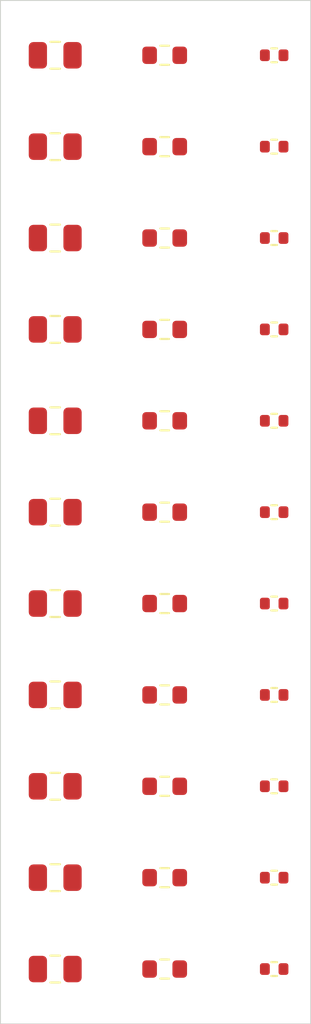
<source format=kicad_pcb>
(kicad_pcb (version 20240108) (generator "pcbnew") (generator_version "8.0")
  (title_block (title "Reflow Soldering Hot Plate Test PCB") (date "2024-07-31") (rev "v1.0.0"))
  (layers (0 "F.Cu" signal) (31 "B.Cu" signal) (34 "B.Paste" user) (35 "F.Paste" user) (36 "B.SilkS" user "B.Silkscreen") (37 "F.SilkS" user "F.Silkscreen") (38 "B.Mask" user) (39 "F.Mask" user) (44 "Edge.Cuts" user))
  (net 0 "")
  (footprint "Resistor_SMD:R_0603_1608Metric" (layer "F.Cu") (at 110 104)
    (property "Reference" "REF**" (hide yes))
    (property "Value" "R_0603_1608Metric" (hide yes))
    (fp_line (start -0.237258 -0.5225) (end 0.237258 -0.5225) (stroke (width 0.12)) (layer "F.SilkS"))
    (fp_line (start -0.237258 0.5225) (end 0.237258 0.5225) (stroke (width 0.12)) (layer "F.SilkS"))
    (pad "1" smd roundrect (at -0.825 0) (size 0.8 0.95) (layers "F.Cu" "F.Paste" "F.Mask"))
    (pad "2" smd roundrect (at 0.825 0) (size 0.8 0.95) (layers "F.Cu" "F.Paste" "F.Mask"))
  )
  (footprint "Resistor_SMD:R_0402_1005Metric" (layer "F.Cu") (at 116 114)
    (property "Reference" "REF**14" (hide yes))
    (property "Value" "R_0402_1005Metric" (hide yes))
    (fp_line (start -0.153641 -0.38) (end 0.153641 -0.38) (stroke (width 0.12)) (layer "F.SilkS"))
    (fp_line (start -0.153641 0.38) (end 0.153641 0.38) (stroke (width 0.12)) (layer "F.SilkS"))
    (pad "1" smd roundrect (at -0.51 0) (size 0.54 0.64) (layers "F.Cu" "F.Paste" "F.Mask"))
    (pad "2" smd roundrect (at 0.51 0) (size 0.54 0.64) (layers "F.Cu" "F.Paste" "F.Mask"))
  )
  (footprint "Resistor_SMD:R_0603_1608Metric" (layer "F.Cu") (at 110 124)
    (property "Reference" "REF**17" (hide yes))
    (property "Value" "R_0603_1608Metric" (hide yes))
    (fp_line (start -0.237258 -0.5225) (end 0.237258 -0.5225) (stroke (width 0.12)) (layer "F.SilkS"))
    (fp_line (start -0.237258 0.5225) (end 0.237258 0.5225) (stroke (width 0.12)) (layer "F.SilkS"))
    (pad "1" smd roundrect (at -0.825 0) (size 0.8 0.95) (layers "F.Cu" "F.Paste" "F.Mask"))
    (pad "2" smd roundrect (at 0.825 0) (size 0.8 0.95) (layers "F.Cu" "F.Paste" "F.Mask"))
  )
  (footprint "Resistor_SMD:R_0402_1005Metric" (layer "F.Cu") (at 116 134)
    (property "Reference" "REF**22" (hide yes))
    (property "Value" "R_0402_1005Metric" (hide yes))
    (fp_line (start -0.153641 -0.38) (end 0.153641 -0.38) (stroke (width 0.12)) (layer "F.SilkS"))
    (fp_line (start -0.153641 0.38) (end 0.153641 0.38) (stroke (width 0.12)) (layer "F.SilkS"))
    (pad "1" smd roundrect (at -0.51 0) (size 0.54 0.64) (layers "F.Cu" "F.Paste" "F.Mask"))
    (pad "2" smd roundrect (at 0.51 0) (size 0.54 0.64) (layers "F.Cu" "F.Paste" "F.Mask"))
  )
  (footprint "Resistor_SMD:R_0402_1005Metric" (layer "F.Cu") (at 116 154)
    (property "Reference" "REF**30" (hide yes))
    (property "Value" "R_0402_1005Metric" (hide yes))
    (fp_line (start -0.153641 -0.38) (end 0.153641 -0.38) (stroke (width 0.12)) (layer "F.SilkS"))
    (fp_line (start -0.153641 0.38) (end 0.153641 0.38) (stroke (width 0.12)) (layer "F.SilkS"))
    (pad "1" smd roundrect (at -0.51 0) (size 0.54 0.64) (layers "F.Cu" "F.Paste" "F.Mask"))
    (pad "2" smd roundrect (at 0.51 0) (size 0.54 0.64) (layers "F.Cu" "F.Paste" "F.Mask"))
  )
  (footprint "Capacitor_SMD:C_0805_2012Metric" (layer "F.Cu") (at 104 139)
    (property "Reference" "REF**7" (hide yes))
    (property "Value" "C_0805_2012Metric" (hide yes))
    (fp_line (start -0.261252 -0.735) (end 0.261252 -0.735) (stroke (width 0.12)) (layer "F.SilkS"))
    (fp_line (start -0.261252 0.735) (end 0.261252 0.735) (stroke (width 0.12)) (layer "F.SilkS"))
    (pad "1" smd roundrect (at -0.95 0) (size 1 1.45) (layers "F.Cu" "F.Paste" "F.Mask"))
    (pad "2" smd roundrect (at 0.95 0) (size 1 1.45) (layers "F.Cu" "F.Paste" "F.Mask"))
  )
  (footprint "Capacitor_SMD:C_0805_2012Metric" (layer "F.Cu") (at 104 114)
    (property "Reference" "REF**2" (hide yes))
    (property "Value" "C_0805_2012Metric" (hide yes))
    (fp_line (start -0.261252 -0.735) (end 0.261252 -0.735) (stroke (width 0.12)) (layer "F.SilkS"))
    (fp_line (start -0.261252 0.735) (end 0.261252 0.735) (stroke (width 0.12)) (layer "F.SilkS"))
    (pad "1" smd roundrect (at -0.95 0) (size 1 1.45) (layers "F.Cu" "F.Paste" "F.Mask"))
    (pad "2" smd roundrect (at 0.95 0) (size 1 1.45) (layers "F.Cu" "F.Paste" "F.Mask"))
  )
  (footprint "Capacitor_SMD:C_0805_2012Metric" (layer "F.Cu") (at 104 104)
    (property "Reference" "REF**" (hide yes))
    (property "Value" "C_0805_2012Metric" (hide yes))
    (fp_line (start -0.261252 -0.735) (end 0.261252 -0.735) (stroke (width 0.12)) (layer "F.SilkS"))
    (fp_line (start -0.261252 0.735) (end 0.261252 0.735) (stroke (width 0.12)) (layer "F.SilkS"))
    (pad "1" smd roundrect (at -0.95 0) (size 1 1.45) (layers "F.Cu" "F.Paste" "F.Mask"))
    (pad "2" smd roundrect (at 0.95 0) (size 1 1.45) (layers "F.Cu" "F.Paste" "F.Mask"))
  )
  (footprint "Resistor_SMD:R_0603_1608Metric" (layer "F.Cu") (at 110 114)
    (property "Reference" "REF**13" (hide yes))
    (property "Value" "R_0603_1608Metric" (hide yes))
    (fp_line (start -0.237258 -0.5225) (end 0.237258 -0.5225) (stroke (width 0.12)) (layer "F.SilkS"))
    (fp_line (start -0.237258 0.5225) (end 0.237258 0.5225) (stroke (width 0.12)) (layer "F.SilkS"))
    (pad "1" smd roundrect (at -0.825 0) (size 0.8 0.95) (layers "F.Cu" "F.Paste" "F.Mask"))
    (pad "2" smd roundrect (at 0.825 0) (size 0.8 0.95) (layers "F.Cu" "F.Paste" "F.Mask"))
  )
  (footprint "Resistor_SMD:R_0603_1608Metric" (layer "F.Cu") (at 110 119)
    (property "Reference" "REF**15" (hide yes))
    (property "Value" "R_0603_1608Metric" (hide yes))
    (fp_line (start -0.237258 -0.5225) (end 0.237258 -0.5225) (stroke (width 0.12)) (layer "F.SilkS"))
    (fp_line (start -0.237258 0.5225) (end 0.237258 0.5225) (stroke (width 0.12)) (layer "F.SilkS"))
    (pad "1" smd roundrect (at -0.825 0) (size 0.8 0.95) (layers "F.Cu" "F.Paste" "F.Mask"))
    (pad "2" smd roundrect (at 0.825 0) (size 0.8 0.95) (layers "F.Cu" "F.Paste" "F.Mask"))
  )
  (footprint "Resistor_SMD:R_0603_1608Metric" (layer "F.Cu") (at 110 154)
    (property "Reference" "REF**29" (hide yes))
    (property "Value" "R_0603_1608Metric" (hide yes))
    (fp_line (start -0.237258 -0.5225) (end 0.237258 -0.5225) (stroke (width 0.12)) (layer "F.SilkS"))
    (fp_line (start -0.237258 0.5225) (end 0.237258 0.5225) (stroke (width 0.12)) (layer "F.SilkS"))
    (pad "1" smd roundrect (at -0.825 0) (size 0.8 0.95) (layers "F.Cu" "F.Paste" "F.Mask"))
    (pad "2" smd roundrect (at 0.825 0) (size 0.8 0.95) (layers "F.Cu" "F.Paste" "F.Mask"))
  )
  (footprint "Resistor_SMD:R_0603_1608Metric" (layer "F.Cu") (at 110 109)
    (property "Reference" "REF**11" (hide yes))
    (property "Value" "R_0603_1608Metric" (hide yes))
    (fp_line (start -0.237258 -0.5225) (end 0.237258 -0.5225) (stroke (width 0.12)) (layer "F.SilkS"))
    (fp_line (start -0.237258 0.5225) (end 0.237258 0.5225) (stroke (width 0.12)) (layer "F.SilkS"))
    (pad "1" smd roundrect (at -0.825 0) (size 0.8 0.95) (layers "F.Cu" "F.Paste" "F.Mask"))
    (pad "2" smd roundrect (at 0.825 0) (size 0.8 0.95) (layers "F.Cu" "F.Paste" "F.Mask"))
  )
  (footprint "Capacitor_SMD:C_0805_2012Metric" (layer "F.Cu") (at 104 149)
    (property "Reference" "REF**9" (hide yes))
    (property "Value" "C_0805_2012Metric" (hide yes))
    (fp_line (start -0.261252 -0.735) (end 0.261252 -0.735) (stroke (width 0.12)) (layer "F.SilkS"))
    (fp_line (start -0.261252 0.735) (end 0.261252 0.735) (stroke (width 0.12)) (layer "F.SilkS"))
    (pad "1" smd roundrect (at -0.95 0) (size 1 1.45) (layers "F.Cu" "F.Paste" "F.Mask"))
    (pad "2" smd roundrect (at 0.95 0) (size 1 1.45) (layers "F.Cu" "F.Paste" "F.Mask"))
  )
  (footprint "Capacitor_SMD:C_0805_2012Metric" (layer "F.Cu") (at 104 119)
    (property "Reference" "REF**3" (hide yes))
    (property "Value" "C_0805_2012Metric" (hide yes))
    (fp_line (start -0.261252 -0.735) (end 0.261252 -0.735) (stroke (width 0.12)) (layer "F.SilkS"))
    (fp_line (start -0.261252 0.735) (end 0.261252 0.735) (stroke (width 0.12)) (layer "F.SilkS"))
    (pad "1" smd roundrect (at -0.95 0) (size 1 1.45) (layers "F.Cu" "F.Paste" "F.Mask"))
    (pad "2" smd roundrect (at 0.95 0) (size 1 1.45) (layers "F.Cu" "F.Paste" "F.Mask"))
  )
  (footprint "Resistor_SMD:R_0603_1608Metric" (layer "F.Cu") (at 110 144)
    (property "Reference" "REF**25" (hide yes))
    (property "Value" "R_0603_1608Metric" (hide yes))
    (fp_line (start -0.237258 -0.5225) (end 0.237258 -0.5225) (stroke (width 0.12)) (layer "F.SilkS"))
    (fp_line (start -0.237258 0.5225) (end 0.237258 0.5225) (stroke (width 0.12)) (layer "F.SilkS"))
    (pad "1" smd roundrect (at -0.825 0) (size 0.8 0.95) (layers "F.Cu" "F.Paste" "F.Mask"))
    (pad "2" smd roundrect (at 0.825 0) (size 0.8 0.95) (layers "F.Cu" "F.Paste" "F.Mask"))
  )
  (footprint "Capacitor_SMD:C_0805_2012Metric" (layer "F.Cu") (at 104 109)
    (property "Reference" "REF**1" (hide yes))
    (property "Value" "C_0805_2012Metric" (hide yes))
    (fp_line (start -0.261252 -0.735) (end 0.261252 -0.735) (stroke (width 0.12)) (layer "F.SilkS"))
    (fp_line (start -0.261252 0.735) (end 0.261252 0.735) (stroke (width 0.12)) (layer "F.SilkS"))
    (pad "1" smd roundrect (at -0.95 0) (size 1 1.45) (layers "F.Cu" "F.Paste" "F.Mask"))
    (pad "2" smd roundrect (at 0.95 0) (size 1 1.45) (layers "F.Cu" "F.Paste" "F.Mask"))
  )
  (footprint "Resistor_SMD:R_0603_1608Metric" (layer "F.Cu") (at 110 139)
    (property "Reference" "REF**23" (hide yes))
    (property "Value" "R_0603_1608Metric" (hide yes))
    (fp_line (start -0.237258 -0.5225) (end 0.237258 -0.5225) (stroke (width 0.12)) (layer "F.SilkS"))
    (fp_line (start -0.237258 0.5225) (end 0.237258 0.5225) (stroke (width 0.12)) (layer "F.SilkS"))
    (pad "1" smd roundrect (at -0.825 0) (size 0.8 0.95) (layers "F.Cu" "F.Paste" "F.Mask"))
    (pad "2" smd roundrect (at 0.825 0) (size 0.8 0.95) (layers "F.Cu" "F.Paste" "F.Mask"))
  )
  (footprint "Resistor_SMD:R_0603_1608Metric" (layer "F.Cu") (at 110 129)
    (property "Reference" "REF**19" (hide yes))
    (property "Value" "R_0603_1608Metric" (hide yes))
    (fp_line (start -0.237258 -0.5225) (end 0.237258 -0.5225) (stroke (width 0.12)) (layer "F.SilkS"))
    (fp_line (start -0.237258 0.5225) (end 0.237258 0.5225) (stroke (width 0.12)) (layer "F.SilkS"))
    (pad "1" smd roundrect (at -0.825 0) (size 0.8 0.95) (layers "F.Cu" "F.Paste" "F.Mask"))
    (pad "2" smd roundrect (at 0.825 0) (size 0.8 0.95) (layers "F.Cu" "F.Paste" "F.Mask"))
  )
  (footprint "Resistor_SMD:R_0402_1005Metric" (layer "F.Cu") (at 116 149)
    (property "Reference" "REF**28" (hide yes))
    (property "Value" "R_0402_1005Metric" (hide yes))
    (fp_line (start -0.153641 -0.38) (end 0.153641 -0.38) (stroke (width 0.12)) (layer "F.SilkS"))
    (fp_line (start -0.153641 0.38) (end 0.153641 0.38) (stroke (width 0.12)) (layer "F.SilkS"))
    (pad "1" smd roundrect (at -0.51 0) (size 0.54 0.64) (layers "F.Cu" "F.Paste" "F.Mask"))
    (pad "2" smd roundrect (at 0.51 0) (size 0.54 0.64) (layers "F.Cu" "F.Paste" "F.Mask"))
  )
  (footprint "Capacitor_SMD:C_0805_2012Metric" (layer "F.Cu") (at 104 144)
    (property "Reference" "REF**8" (hide yes))
    (property "Value" "C_0805_2012Metric" (hide yes))
    (fp_line (start -0.261252 -0.735) (end 0.261252 -0.735) (stroke (width 0.12)) (layer "F.SilkS"))
    (fp_line (start -0.261252 0.735) (end 0.261252 0.735) (stroke (width 0.12)) (layer "F.SilkS"))
    (pad "1" smd roundrect (at -0.95 0) (size 1 1.45) (layers "F.Cu" "F.Paste" "F.Mask"))
    (pad "2" smd roundrect (at 0.95 0) (size 1 1.45) (layers "F.Cu" "F.Paste" "F.Mask"))
  )
  (footprint "Capacitor_SMD:C_0805_2012Metric" (layer "F.Cu") (at 104 129)
    (property "Reference" "REF**5" (hide yes))
    (property "Value" "C_0805_2012Metric" (hide yes))
    (fp_line (start -0.261252 -0.735) (end 0.261252 -0.735) (stroke (width 0.12)) (layer "F.SilkS"))
    (fp_line (start -0.261252 0.735) (end 0.261252 0.735) (stroke (width 0.12)) (layer "F.SilkS"))
    (pad "1" smd roundrect (at -0.95 0) (size 1 1.45) (layers "F.Cu" "F.Paste" "F.Mask"))
    (pad "2" smd roundrect (at 0.95 0) (size 1 1.45) (layers "F.Cu" "F.Paste" "F.Mask"))
  )
  (footprint "Resistor_SMD:R_0402_1005Metric" (layer "F.Cu") (at 116 129)
    (property "Reference" "REF**20" (hide yes))
    (property "Value" "R_0402_1005Metric" (hide yes))
    (fp_line (start -0.153641 -0.38) (end 0.153641 -0.38) (stroke (width 0.12)) (layer "F.SilkS"))
    (fp_line (start -0.153641 0.38) (end 0.153641 0.38) (stroke (width 0.12)) (layer "F.SilkS"))
    (pad "1" smd roundrect (at -0.51 0) (size 0.54 0.64) (layers "F.Cu" "F.Paste" "F.Mask"))
    (pad "2" smd roundrect (at 0.51 0) (size 0.54 0.64) (layers "F.Cu" "F.Paste" "F.Mask"))
  )
  (footprint "Resistor_SMD:R_0402_1005Metric" (layer "F.Cu") (at 116 104)
    (property "Reference" "REF**" (hide yes))
    (property "Value" "R_0402_1005Metric" (hide yes))
    (fp_line (start -0.153641 -0.38) (end 0.153641 -0.38) (stroke (width 0.12)) (layer "F.SilkS"))
    (fp_line (start -0.153641 0.38) (end 0.153641 0.38) (stroke (width 0.12)) (layer "F.SilkS"))
    (pad "1" smd roundrect (at -0.51 0) (size 0.54 0.64) (layers "F.Cu" "F.Paste" "F.Mask"))
    (pad "2" smd roundrect (at 0.51 0) (size 0.54 0.64) (layers "F.Cu" "F.Paste" "F.Mask"))
  )
  (footprint "Capacitor_SMD:C_0805_2012Metric" (layer "F.Cu") (at 104 124)
    (property "Reference" "REF**4" (hide yes))
    (property "Value" "C_0805_2012Metric" (hide yes))
    (fp_line (start -0.261252 -0.735) (end 0.261252 -0.735) (stroke (width 0.12)) (layer "F.SilkS"))
    (fp_line (start -0.261252 0.735) (end 0.261252 0.735) (stroke (width 0.12)) (layer "F.SilkS"))
    (pad "1" smd roundrect (at -0.95 0) (size 1 1.45) (layers "F.Cu" "F.Paste" "F.Mask"))
    (pad "2" smd roundrect (at 0.95 0) (size 1 1.45) (layers "F.Cu" "F.Paste" "F.Mask"))
  )
  (footprint "Resistor_SMD:R_0402_1005Metric" (layer "F.Cu") (at 116 139)
    (property "Reference" "REF**24" (hide yes))
    (property "Value" "R_0402_1005Metric" (hide yes))
    (fp_line (start -0.153641 -0.38) (end 0.153641 -0.38) (stroke (width 0.12)) (layer "F.SilkS"))
    (fp_line (start -0.153641 0.38) (end 0.153641 0.38) (stroke (width 0.12)) (layer "F.SilkS"))
    (pad "1" smd roundrect (at -0.51 0) (size 0.54 0.64) (layers "F.Cu" "F.Paste" "F.Mask"))
    (pad "2" smd roundrect (at 0.51 0) (size 0.54 0.64) (layers "F.Cu" "F.Paste" "F.Mask"))
  )
  (footprint "Capacitor_SMD:C_0805_2012Metric" (layer "F.Cu") (at 104 134)
    (property "Reference" "REF**6" (hide yes))
    (property "Value" "C_0805_2012Metric" (hide yes))
    (fp_line (start -0.261252 -0.735) (end 0.261252 -0.735) (stroke (width 0.12)) (layer "F.SilkS"))
    (fp_line (start -0.261252 0.735) (end 0.261252 0.735) (stroke (width 0.12)) (layer "F.SilkS"))
    (pad "1" smd roundrect (at -0.95 0) (size 1 1.45) (layers "F.Cu" "F.Paste" "F.Mask"))
    (pad "2" smd roundrect (at 0.95 0) (size 1 1.45) (layers "F.Cu" "F.Paste" "F.Mask"))
  )
  (footprint "Resistor_SMD:R_0402_1005Metric" (layer "F.Cu") (at 116 144)
    (property "Reference" "REF**26" (hide yes))
    (property "Value" "R_0402_1005Metric" (hide yes))
    (fp_line (start -0.153641 -0.38) (end 0.153641 -0.38) (stroke (width 0.12)) (layer "F.SilkS"))
    (fp_line (start -0.153641 0.38) (end 0.153641 0.38) (stroke (width 0.12)) (layer "F.SilkS"))
    (pad "1" smd roundrect (at -0.51 0) (size 0.54 0.64) (layers "F.Cu" "F.Paste" "F.Mask"))
    (pad "2" smd roundrect (at 0.51 0) (size 0.54 0.64) (layers "F.Cu" "F.Paste" "F.Mask"))
  )
  (footprint "Resistor_SMD:R_0603_1608Metric" (layer "F.Cu") (at 110 134)
    (property "Reference" "REF**21" (hide yes))
    (property "Value" "R_0603_1608Metric" (hide yes))
    (fp_line (start -0.237258 -0.5225) (end 0.237258 -0.5225) (stroke (width 0.12)) (layer "F.SilkS"))
    (fp_line (start -0.237258 0.5225) (end 0.237258 0.5225) (stroke (width 0.12)) (layer "F.SilkS"))
    (pad "1" smd roundrect (at -0.825 0) (size 0.8 0.95) (layers "F.Cu" "F.Paste" "F.Mask"))
    (pad "2" smd roundrect (at 0.825 0) (size 0.8 0.95) (layers "F.Cu" "F.Paste" "F.Mask"))
  )
  (footprint "Capacitor_SMD:C_0805_2012Metric" (layer "F.Cu") (at 104 154)
    (property "Reference" "REF**10" (hide yes))
    (property "Value" "C_0805_2012Metric" (hide yes))
    (fp_line (start -0.261252 -0.735) (end 0.261252 -0.735) (stroke (width 0.12)) (layer "F.SilkS"))
    (fp_line (start -0.261252 0.735) (end 0.261252 0.735) (stroke (width 0.12)) (layer "F.SilkS"))
    (pad "1" smd roundrect (at -0.95 0) (size 1 1.45) (layers "F.Cu" "F.Paste" "F.Mask"))
    (pad "2" smd roundrect (at 0.95 0) (size 1 1.45) (layers "F.Cu" "F.Paste" "F.Mask"))
  )
  (footprint "Resistor_SMD:R_0402_1005Metric" (layer "F.Cu") (at 116 119)
    (property "Reference" "REF**16" (hide yes))
    (property "Value" "R_0402_1005Metric" (hide yes))
    (fp_line (start -0.153641 -0.38) (end 0.153641 -0.38) (stroke (width 0.12)) (layer "F.SilkS"))
    (fp_line (start -0.153641 0.38) (end 0.153641 0.38) (stroke (width 0.12)) (layer "F.SilkS"))
    (pad "1" smd roundrect (at -0.51 0) (size 0.54 0.64) (layers "F.Cu" "F.Paste" "F.Mask"))
    (pad "2" smd roundrect (at 0.51 0) (size 0.54 0.64) (layers "F.Cu" "F.Paste" "F.Mask"))
  )
  (footprint "Resistor_SMD:R_0603_1608Metric" (layer "F.Cu") (at 110 149)
    (property "Reference" "REF**27" (hide yes))
    (property "Value" "R_0603_1608Metric" (hide yes))
    (fp_line (start -0.237258 -0.5225) (end 0.237258 -0.5225) (stroke (width 0.12)) (layer "F.SilkS"))
    (fp_line (start -0.237258 0.5225) (end 0.237258 0.5225) (stroke (width 0.12)) (layer "F.SilkS"))
    (pad "1" smd roundrect (at -0.825 0) (size 0.8 0.95) (layers "F.Cu" "F.Paste" "F.Mask"))
    (pad "2" smd roundrect (at 0.825 0) (size 0.8 0.95) (layers "F.Cu" "F.Paste" "F.Mask"))
  )
  (footprint "Resistor_SMD:R_0402_1005Metric" (layer "F.Cu") (at 116 124)
    (property "Reference" "REF**18" (hide yes))
    (property "Value" "R_0402_1005Metric" (hide yes))
    (fp_line (start -0.153641 -0.38) (end 0.153641 -0.38) (stroke (width 0.12)) (layer "F.SilkS"))
    (fp_line (start -0.153641 0.38) (end 0.153641 0.38) (stroke (width 0.12)) (layer "F.SilkS"))
    (pad "1" smd roundrect (at -0.51 0) (size 0.54 0.64) (layers "F.Cu" "F.Paste" "F.Mask"))
    (pad "2" smd roundrect (at 0.51 0) (size 0.54 0.64) (layers "F.Cu" "F.Paste" "F.Mask"))
  )
  (footprint "Resistor_SMD:R_0402_1005Metric" (layer "F.Cu") (at 116 109)
    (property "Reference" "REF**12" (hide yes))
    (property "Value" "R_0402_1005Metric" (hide yes))
    (fp_line (start -0.153641 -0.38) (end 0.153641 -0.38) (stroke (width 0.12)) (layer "F.SilkS"))
    (fp_line (start -0.153641 0.38) (end 0.153641 0.38) (stroke (width 0.12)) (layer "F.SilkS"))
    (pad "1" smd roundrect (at -0.51 0) (size 0.54 0.64) (layers "F.Cu" "F.Paste" "F.Mask"))
    (pad "2" smd roundrect (at 0.51 0) (size 0.54 0.64) (layers "F.Cu" "F.Paste" "F.Mask"))
  )
  (gr_rect (start 101 101) (end 118 157) (stroke (width 0.05)) (fill none) (layer "Edge.Cuts"))
)
</source>
